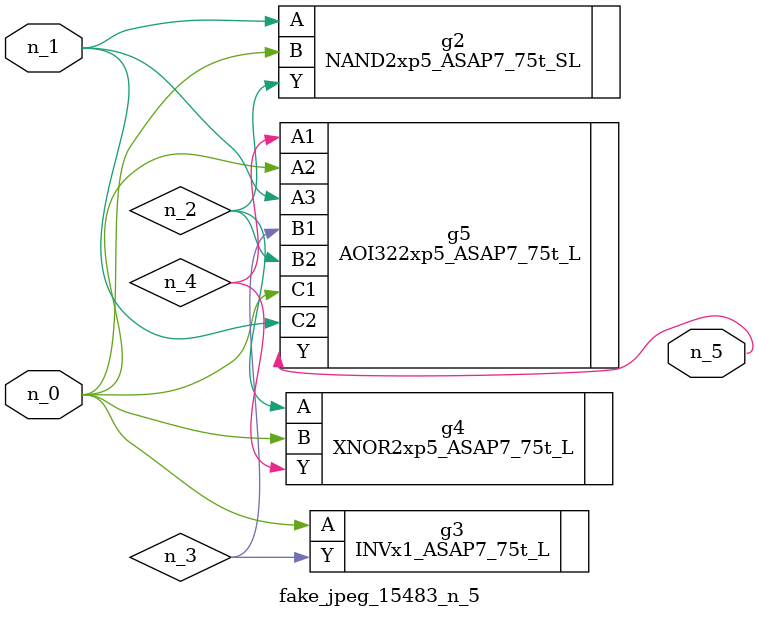
<source format=v>
module fake_jpeg_15483_n_5 (n_0, n_1, n_5);

input n_0;
input n_1;

output n_5;

wire n_3;
wire n_2;
wire n_4;

NAND2xp5_ASAP7_75t_SL g2 ( 
.A(n_1),
.B(n_0),
.Y(n_2)
);

INVx1_ASAP7_75t_L g3 ( 
.A(n_0),
.Y(n_3)
);

XNOR2xp5_ASAP7_75t_L g4 ( 
.A(n_2),
.B(n_0),
.Y(n_4)
);

AOI322xp5_ASAP7_75t_L g5 ( 
.A1(n_4),
.A2(n_0),
.A3(n_1),
.B1(n_3),
.B2(n_2),
.C1(n_0),
.C2(n_1),
.Y(n_5)
);


endmodule
</source>
